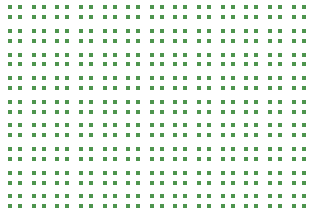
<source format=gtp>
G04 #@! TF.GenerationSoftware,KiCad,Pcbnew,9.0.1-9.0.1-0~ubuntu24.04.1*
G04 #@! TF.CreationDate,2025-04-23T13:35:13+02:00*
G04 #@! TF.ProjectId,ILM139C,494c4d31-3339-4432-9e6b-696361645f70,rev?*
G04 #@! TF.SameCoordinates,Original*
G04 #@! TF.FileFunction,Paste,Top*
G04 #@! TF.FilePolarity,Positive*
%FSLAX46Y46*%
G04 Gerber Fmt 4.6, Leading zero omitted, Abs format (unit mm)*
G04 Created by KiCad (PCBNEW 9.0.1-9.0.1-0~ubuntu24.04.1) date 2025-04-23 13:35:13*
%MOMM*%
%LPD*%
G01*
G04 APERTURE LIST*
%ADD10R,0.450000X0.450000*%
G04 APERTURE END LIST*
D10*
X99610500Y-57770500D03*
X99610500Y-58610500D03*
X98770500Y-58610500D03*
X98770500Y-57770500D03*
X103610500Y-51770500D03*
X103610500Y-52610500D03*
X102770500Y-52610500D03*
X102770500Y-51770500D03*
X101610500Y-61770500D03*
X101610500Y-62610500D03*
X100770500Y-62610500D03*
X100770500Y-61770500D03*
X93610500Y-61770500D03*
X93610500Y-62610500D03*
X92770500Y-62610500D03*
X92770500Y-61770500D03*
X95610500Y-61770500D03*
X95610500Y-62610500D03*
X94770500Y-62610500D03*
X94770500Y-61770500D03*
X109610500Y-65770500D03*
X109610500Y-66610500D03*
X108770500Y-66610500D03*
X108770500Y-65770500D03*
X97610500Y-67770500D03*
X97610500Y-68610500D03*
X96770500Y-68610500D03*
X96770500Y-67770500D03*
X109610500Y-67770500D03*
X109610500Y-68610500D03*
X108770500Y-68610500D03*
X108770500Y-67770500D03*
X107610500Y-51770500D03*
X107610500Y-52610500D03*
X106770500Y-52610500D03*
X106770500Y-51770500D03*
X99610500Y-53770500D03*
X99610500Y-54610500D03*
X98770500Y-54610500D03*
X98770500Y-53770500D03*
X101610500Y-57770500D03*
X101610500Y-58610500D03*
X100770500Y-58610500D03*
X100770500Y-57770500D03*
X105610500Y-55770500D03*
X105610500Y-56610500D03*
X104770500Y-56610500D03*
X104770500Y-55770500D03*
X103610500Y-63770500D03*
X103610500Y-64610500D03*
X102770500Y-64610500D03*
X102770500Y-63770500D03*
X109610500Y-63770500D03*
X109610500Y-64610500D03*
X108770500Y-64610500D03*
X108770500Y-63770500D03*
X91610500Y-51770500D03*
X91610500Y-52610500D03*
X90770500Y-52610500D03*
X90770500Y-51770500D03*
X107610500Y-57770500D03*
X107610500Y-58610500D03*
X106770500Y-58610500D03*
X106770500Y-57770500D03*
X105610500Y-67770500D03*
X105610500Y-68610500D03*
X104770500Y-68610500D03*
X104770500Y-67770500D03*
X93610500Y-65770500D03*
X93610500Y-66610500D03*
X92770500Y-66610500D03*
X92770500Y-65770500D03*
X111610500Y-61770500D03*
X111610500Y-62610500D03*
X110770500Y-62610500D03*
X110770500Y-61770500D03*
X97610500Y-57770500D03*
X97610500Y-58610500D03*
X96770500Y-58610500D03*
X96770500Y-57770500D03*
X113610500Y-57770500D03*
X113610500Y-58610500D03*
X112770500Y-58610500D03*
X112770500Y-57770500D03*
X113610500Y-65770500D03*
X113610500Y-66610500D03*
X112770500Y-66610500D03*
X112770500Y-65770500D03*
X99610500Y-65770500D03*
X99610500Y-66610500D03*
X98770500Y-66610500D03*
X98770500Y-65770500D03*
X103610500Y-65770500D03*
X103610500Y-66610500D03*
X102770500Y-66610500D03*
X102770500Y-65770500D03*
X95610500Y-51770500D03*
X95610500Y-52610500D03*
X94770500Y-52610500D03*
X94770500Y-51770500D03*
X103610500Y-67770500D03*
X103610500Y-68610500D03*
X102770500Y-68610500D03*
X102770500Y-67770500D03*
X113610500Y-55770500D03*
X113610500Y-56610500D03*
X112770500Y-56610500D03*
X112770500Y-55770500D03*
X103610500Y-59770500D03*
X103610500Y-60610500D03*
X102770500Y-60610500D03*
X102770500Y-59770500D03*
X101610500Y-51770500D03*
X101610500Y-52610500D03*
X100770500Y-52610500D03*
X100770500Y-51770500D03*
X109610500Y-57770500D03*
X109610500Y-58610500D03*
X108770500Y-58610500D03*
X108770500Y-57770500D03*
X97610500Y-53770500D03*
X97610500Y-54610500D03*
X96770500Y-54610500D03*
X96770500Y-53770500D03*
X115610500Y-55770500D03*
X115610500Y-56610500D03*
X114770500Y-56610500D03*
X114770500Y-55770500D03*
X91610500Y-55770500D03*
X91610500Y-56610500D03*
X90770500Y-56610500D03*
X90770500Y-55770500D03*
X107610500Y-59770500D03*
X107610500Y-60610500D03*
X106770500Y-60610500D03*
X106770500Y-59770500D03*
X113610500Y-59770500D03*
X113610500Y-60610500D03*
X112770500Y-60610500D03*
X112770500Y-59770500D03*
X115610500Y-67770500D03*
X115610500Y-68610500D03*
X114770500Y-68610500D03*
X114770500Y-67770500D03*
X105610500Y-59770500D03*
X105610500Y-60610500D03*
X104770500Y-60610500D03*
X104770500Y-59770500D03*
X101610500Y-59770500D03*
X101610500Y-60610500D03*
X100770500Y-60610500D03*
X100770500Y-59770500D03*
X103610500Y-61770500D03*
X103610500Y-62610500D03*
X102770500Y-62610500D03*
X102770500Y-61770500D03*
X107610500Y-63770500D03*
X107610500Y-64610500D03*
X106770500Y-64610500D03*
X106770500Y-63770500D03*
X115610500Y-61770500D03*
X115610500Y-62610500D03*
X114770500Y-62610500D03*
X114770500Y-61770500D03*
X113610500Y-61770500D03*
X113610500Y-62610500D03*
X112770500Y-62610500D03*
X112770500Y-61770500D03*
X103610500Y-55770500D03*
X103610500Y-56610500D03*
X102770500Y-56610500D03*
X102770500Y-55770500D03*
X111610500Y-55770500D03*
X111610500Y-56610500D03*
X110770500Y-56610500D03*
X110770500Y-55770500D03*
X107610500Y-55770500D03*
X107610500Y-56610500D03*
X106770500Y-56610500D03*
X106770500Y-55770500D03*
X115610500Y-53770500D03*
X115610500Y-54610500D03*
X114770500Y-54610500D03*
X114770500Y-53770500D03*
X93610500Y-63770500D03*
X93610500Y-64610500D03*
X92770500Y-64610500D03*
X92770500Y-63770500D03*
X111610500Y-53770500D03*
X111610500Y-54610500D03*
X110770500Y-54610500D03*
X110770500Y-53770500D03*
X109610500Y-55770500D03*
X109610500Y-56610500D03*
X108770500Y-56610500D03*
X108770500Y-55770500D03*
X111610500Y-59770500D03*
X111610500Y-60610500D03*
X110770500Y-60610500D03*
X110770500Y-59770500D03*
X101610500Y-63770500D03*
X101610500Y-64610500D03*
X100770500Y-64610500D03*
X100770500Y-63770500D03*
X91610500Y-53770500D03*
X91610500Y-54610500D03*
X90770500Y-54610500D03*
X90770500Y-53770500D03*
X99610500Y-61770500D03*
X99610500Y-62610500D03*
X98770500Y-62610500D03*
X98770500Y-61770500D03*
X91610500Y-65770500D03*
X91610500Y-66610500D03*
X90770500Y-66610500D03*
X90770500Y-65770500D03*
X95610500Y-53770500D03*
X95610500Y-54610500D03*
X94770500Y-54610500D03*
X94770500Y-53770500D03*
X105610500Y-63770500D03*
X105610500Y-64610500D03*
X104770500Y-64610500D03*
X104770500Y-63770500D03*
X109610500Y-61770500D03*
X109610500Y-62610500D03*
X108770500Y-62610500D03*
X108770500Y-61770500D03*
X105610500Y-61770500D03*
X105610500Y-62610500D03*
X104770500Y-62610500D03*
X104770500Y-61770500D03*
X99610500Y-55770500D03*
X99610500Y-56610500D03*
X98770500Y-56610500D03*
X98770500Y-55770500D03*
X95610500Y-63770500D03*
X95610500Y-64610500D03*
X94770500Y-64610500D03*
X94770500Y-63770500D03*
X115610500Y-65770500D03*
X115610500Y-66610500D03*
X114770500Y-66610500D03*
X114770500Y-65770500D03*
X115610500Y-63770500D03*
X115610500Y-64610500D03*
X114770500Y-64610500D03*
X114770500Y-63770500D03*
X107610500Y-61770500D03*
X107610500Y-62610500D03*
X106770500Y-62610500D03*
X106770500Y-61770500D03*
X107610500Y-53770500D03*
X107610500Y-54610500D03*
X106770500Y-54610500D03*
X106770500Y-53770500D03*
X101610500Y-53770500D03*
X101610500Y-54610500D03*
X100770500Y-54610500D03*
X100770500Y-53770500D03*
X99610500Y-51770500D03*
X99610500Y-52610500D03*
X98770500Y-52610500D03*
X98770500Y-51770500D03*
X101610500Y-65770500D03*
X101610500Y-66610500D03*
X100770500Y-66610500D03*
X100770500Y-65770500D03*
X111610500Y-63770500D03*
X111610500Y-64610500D03*
X110770500Y-64610500D03*
X110770500Y-63770500D03*
X99610500Y-67770500D03*
X99610500Y-68610500D03*
X98770500Y-68610500D03*
X98770500Y-67770500D03*
X101610500Y-67770500D03*
X101610500Y-68610500D03*
X100770500Y-68610500D03*
X100770500Y-67770500D03*
X115610500Y-59770500D03*
X115610500Y-60610500D03*
X114770500Y-60610500D03*
X114770500Y-59770500D03*
X91610500Y-63770500D03*
X91610500Y-64610500D03*
X90770500Y-64610500D03*
X90770500Y-63770500D03*
X101610500Y-55770500D03*
X101610500Y-56610500D03*
X100770500Y-56610500D03*
X100770500Y-55770500D03*
X115610500Y-51770500D03*
X115610500Y-52610500D03*
X114770500Y-52610500D03*
X114770500Y-51770500D03*
X111610500Y-65770500D03*
X111610500Y-66610500D03*
X110770500Y-66610500D03*
X110770500Y-65770500D03*
X93610500Y-51770500D03*
X93610500Y-52610500D03*
X92770500Y-52610500D03*
X92770500Y-51770500D03*
X95610500Y-59770500D03*
X95610500Y-60610500D03*
X94770500Y-60610500D03*
X94770500Y-59770500D03*
X107610500Y-67770500D03*
X107610500Y-68610500D03*
X106770500Y-68610500D03*
X106770500Y-67770500D03*
X111610500Y-57770500D03*
X111610500Y-58610500D03*
X110770500Y-58610500D03*
X110770500Y-57770500D03*
X95610500Y-67770500D03*
X95610500Y-68610500D03*
X94770500Y-68610500D03*
X94770500Y-67770500D03*
X105610500Y-65770500D03*
X105610500Y-66610500D03*
X104770500Y-66610500D03*
X104770500Y-65770500D03*
X95610500Y-55770500D03*
X95610500Y-56610500D03*
X94770500Y-56610500D03*
X94770500Y-55770500D03*
X113610500Y-53770500D03*
X113610500Y-54610500D03*
X112770500Y-54610500D03*
X112770500Y-53770500D03*
X111610500Y-67770500D03*
X111610500Y-68610500D03*
X110770500Y-68610500D03*
X110770500Y-67770500D03*
X91610500Y-59770500D03*
X91610500Y-60610500D03*
X90770500Y-60610500D03*
X90770500Y-59770500D03*
X105610500Y-51770500D03*
X105610500Y-52610500D03*
X104770500Y-52610500D03*
X104770500Y-51770500D03*
X105610500Y-57770500D03*
X105610500Y-58610500D03*
X104770500Y-58610500D03*
X104770500Y-57770500D03*
X91610500Y-67770500D03*
X91610500Y-68610500D03*
X90770500Y-68610500D03*
X90770500Y-67770500D03*
X111610500Y-51770500D03*
X111610500Y-52610500D03*
X110770500Y-52610500D03*
X110770500Y-51770500D03*
X109610500Y-53770500D03*
X109610500Y-54610500D03*
X108770500Y-54610500D03*
X108770500Y-53770500D03*
X99610500Y-59770500D03*
X99610500Y-60610500D03*
X98770500Y-60610500D03*
X98770500Y-59770500D03*
X97610500Y-51770500D03*
X97610500Y-52610500D03*
X96770500Y-52610500D03*
X96770500Y-51770500D03*
X109610500Y-51770500D03*
X109610500Y-52610500D03*
X108770500Y-52610500D03*
X108770500Y-51770500D03*
X95610500Y-65770500D03*
X95610500Y-66610500D03*
X94770500Y-66610500D03*
X94770500Y-65770500D03*
X95610500Y-57770500D03*
X95610500Y-58610500D03*
X94770500Y-58610500D03*
X94770500Y-57770500D03*
X97610500Y-55770500D03*
X97610500Y-56610500D03*
X96770500Y-56610500D03*
X96770500Y-55770500D03*
X103610500Y-57770500D03*
X103610500Y-58610500D03*
X102770500Y-58610500D03*
X102770500Y-57770500D03*
X93610500Y-53770500D03*
X93610500Y-54610500D03*
X92770500Y-54610500D03*
X92770500Y-53770500D03*
X91610500Y-61770500D03*
X91610500Y-62610500D03*
X90770500Y-62610500D03*
X90770500Y-61770500D03*
X103610500Y-53770500D03*
X103610500Y-54610500D03*
X102770500Y-54610500D03*
X102770500Y-53770500D03*
X115610500Y-57770500D03*
X115610500Y-58610500D03*
X114770500Y-58610500D03*
X114770500Y-57770500D03*
X109610500Y-59770500D03*
X109610500Y-60610500D03*
X108770500Y-60610500D03*
X108770500Y-59770500D03*
X113610500Y-63770500D03*
X113610500Y-64610500D03*
X112770500Y-64610500D03*
X112770500Y-63770500D03*
X99610500Y-63770500D03*
X99610500Y-64610500D03*
X98770500Y-64610500D03*
X98770500Y-63770500D03*
X93610500Y-59770500D03*
X93610500Y-60610500D03*
X92770500Y-60610500D03*
X92770500Y-59770500D03*
X97610500Y-59770500D03*
X97610500Y-60610500D03*
X96770500Y-60610500D03*
X96770500Y-59770500D03*
X107610500Y-65770500D03*
X107610500Y-66610500D03*
X106770500Y-66610500D03*
X106770500Y-65770500D03*
X97610500Y-65770500D03*
X97610500Y-66610500D03*
X96770500Y-66610500D03*
X96770500Y-65770500D03*
X97610500Y-63770500D03*
X97610500Y-64610500D03*
X96770500Y-64610500D03*
X96770500Y-63770500D03*
X105610500Y-53770500D03*
X105610500Y-54610500D03*
X104770500Y-54610500D03*
X104770500Y-53770500D03*
X113610500Y-51770500D03*
X113610500Y-52610500D03*
X112770500Y-52610500D03*
X112770500Y-51770500D03*
X93610500Y-55770500D03*
X93610500Y-56610500D03*
X92770500Y-56610500D03*
X92770500Y-55770500D03*
X97610500Y-61770500D03*
X97610500Y-62610500D03*
X96770500Y-62610500D03*
X96770500Y-61770500D03*
X113610500Y-67770500D03*
X113610500Y-68610500D03*
X112770500Y-68610500D03*
X112770500Y-67770500D03*
X91610500Y-57770500D03*
X91610500Y-58610500D03*
X90770500Y-58610500D03*
X90770500Y-57770500D03*
X93610500Y-67770500D03*
X93610500Y-68610500D03*
X92770500Y-68610500D03*
X92770500Y-67770500D03*
X93610500Y-57770500D03*
X93610500Y-58610500D03*
X92770500Y-58610500D03*
X92770500Y-57770500D03*
M02*

</source>
